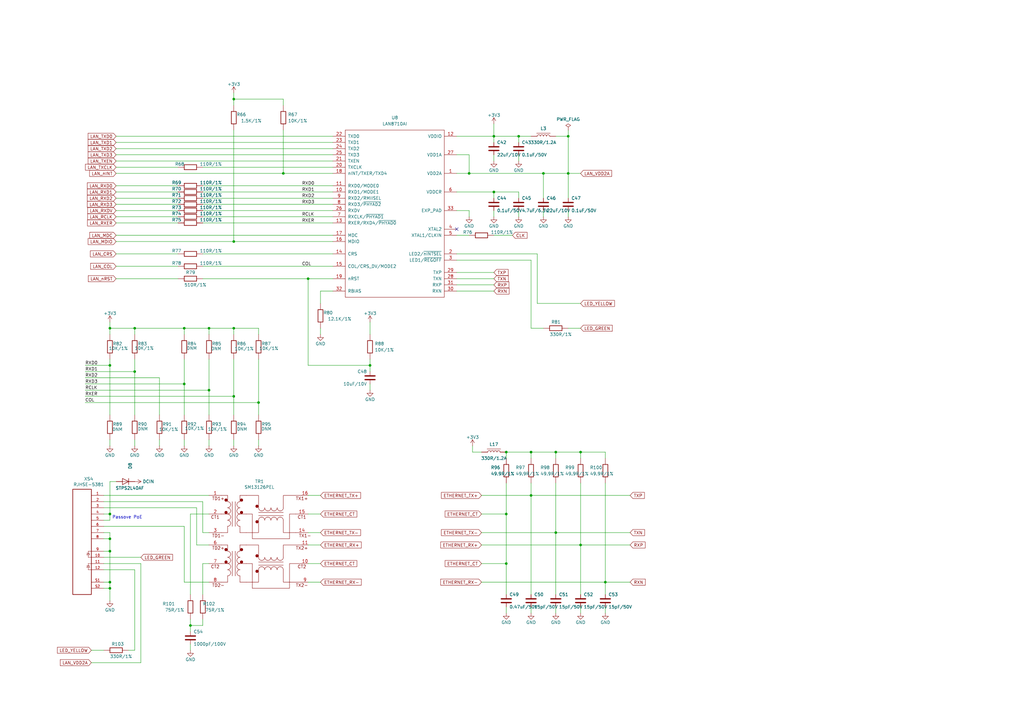
<source format=kicad_sch>
(kicad_sch (version 20230121) (generator eeschema)
  (paper "A3")
  (title_block (title "ПИР СЦХ-254 \"Карно\"\n(Karnix ASB-254)") (date "2024-02-01") (rev "V1.2") (company "ООО \"Фабмикро\"") (comment 1 "ФМТД.466961.029 Э3") (comment 2 "Залата Р.Н."))
  (lib_symbols
    (symbol "Fabmicro:+3V3" (power) (pin_names (offset 0))
      (property "Value" "+3V3" (at 0 3.556 0))
      (symbol "+3V3_1_1"
        (pin power_in line (at 0 0 90) (length 0) hide (name "+3V3") (number "1"))
      )
    )
    (symbol "Fabmicro:CapacitorUnpolarized" (pin_numbers hide) (pin_names (offset 0.254))
      (property "Reference" "C" (at -2.54 0.635 90))
      (property "Value" "CapacitorUnpolarized" (at 2.54 0.635 90))
      (symbol "CapacitorUnpolarized_1_1"
        (pin passive line (at -2.54 0 0) (length 1.524) (name "~") (number "1"))
        (pin passive line (at 2.54 0 180) (length 1.524) (name "~") (number "2"))
      )
    )
    (symbol "Fabmicro:DCIN" (power) (pin_names (offset 0))
      (property "Value" "DCIN" (at 0 3.556 0))
      (symbol "DCIN_1_1"
        (pin power_in line (at 0 0 90) (length 0) hide (name "DCIN") (number "1"))
      )
    )
    (symbol "Fabmicro:Diode" (pin_numbers hide) (pin_names (offset 1.016) hide)
      (property "Reference" "D" (at 3.81 2.54 0))
      (property "Value" "Diode" (at 3.81 -2.54 0))
      (symbol "Diode_1_1"
        (pin passive line (at 0 0 0) (length 2.54) (name "K") (number "1"))
        (pin passive line (at 7.62 0 180) (length 2.54) (name "A") (number "2"))
      )
    )
    (symbol "Fabmicro:Ferrite_Beads" (pin_numbers hide) (pin_names (offset 1.016) hide)
      (property "Reference" "L" (at 0 -1.27 0))
      (property "Value" "Ferrite_Beads" (at 0 2.794 0))
      (symbol "Ferrite_Beads_1_1"
        (pin passive line (at -5.08 0 0) (length 2.54) (name "1") (number "1"))
        (pin passive line (at 5.08 0 180) (length 2.54) (name "2") (number "2"))
      )
    )
    (symbol "Fabmicro:LAN8710" (pin_names (offset 1.016))
      (property "Reference" "U" (at 10.16 2.54 0))
      (property "Value" "LAN8710" (at 22.86 2.54 0))
      (symbol "LAN8710_1_1"
        (pin power_in line (at 45.72 -17.78 180) (length 5.08) (name "VDD2A") (number "1"))
        (pin output line (at -5.08 -25.4 0) (length 5.08) (name "RXD1/MODE1") (number "10"))
        (pin output line (at -5.08 -22.86 0) (length 5.08) (name "RXD0/MODE0") (number "11"))
        (pin power_in line (at 45.72 -2.54 180) (length 5.08) (name "VDDIO") (number "12"))
        (pin input line (at -5.08 -38.1 0) (length 5.08) (name "RXER/RXD4/~{PHYAD0}") (number "13"))
        (pin input line (at -5.08 -50.8 0) (length 5.08) (name "CRS") (number "14"))
        (pin output line (at -5.08 -55.88 0) (length 5.08) (name "COL/CRS_DV/MODE2") (number "15"))
        (pin input line (at -5.08 -45.72 0) (length 5.08) (name "MDIO") (number "16"))
        (pin input line (at -5.08 -43.18 0) (length 5.08) (name "MDC") (number "17"))
        (pin input line (at -5.08 -17.78 0) (length 5.08) (name "nINT/TXER/TXD4") (number "18"))
        (pin input line (at -5.08 -60.96 0) (length 5.08) (name "nRST") (number "19"))
        (pin output line (at 45.72 -50.8 180) (length 5.08) (name "LED2/~{nINTSEL}") (number "2"))
        (pin output line (at -5.08 -15.24 0) (length 5.08) (name "TXCLK") (number "20"))
        (pin input line (at -5.08 -12.7 0) (length 5.08) (name "TXEN") (number "21"))
        (pin output line (at -5.08 -2.54 0) (length 5.08) (name "TXD0") (number "22"))
        (pin output line (at -5.08 -5.08 0) (length 5.08) (name "TXD1") (number "23"))
        (pin output line (at -5.08 -7.62 0) (length 5.08) (name "TXD2") (number "24"))
        (pin output line (at -5.08 -10.16 0) (length 5.08) (name "TXD3") (number "25"))
        (pin input line (at -5.08 -33.02 0) (length 5.08) (name "RXDV") (number "26"))
        (pin power_in line (at 45.72 -10.16 180) (length 5.08) (name "VDD1A") (number "27"))
        (pin output line (at 45.72 -60.96 180) (length 5.08) (name "TXN") (number "28"))
        (pin output line (at 45.72 -58.42 180) (length 5.08) (name "TXP") (number "29"))
        (pin output line (at 45.72 -53.34 180) (length 5.08) (name "LED1/~{REGOFF}") (number "3"))
        (pin input line (at 45.72 -66.04 180) (length 5.08) (name "RXN") (number "30"))
        (pin input line (at 45.72 -63.5 180) (length 5.08) (name "RXP") (number "31"))
        (pin input line (at -5.08 -66.04 0) (length 5.08) (name "RBIAS") (number "32"))
        (pin power_in line (at 45.72 -33.02 180) (length 5.08) (name "EXP_PAD") (number "33"))
        (pin output line (at 45.72 -40.64 180) (length 5.08) (name "XTAL2") (number "4"))
        (pin input line (at 45.72 -43.18 180) (length 5.08) (name "XTAL1/CLKIN") (number "5"))
        (pin power_in line (at 45.72 -25.4 180) (length 5.08) (name "VDDCR") (number "6"))
        (pin input line (at -5.08 -35.56 0) (length 5.08) (name "RXCLK/~{PHYAD1}") (number "7"))
        (pin input line (at -5.08 -30.48 0) (length 5.08) (name "RXD3/~{PHYAD2}") (number "8"))
        (pin input line (at -5.08 -27.94 0) (length 5.08) (name "RXD2/RMIISEL") (number "9"))
      )
    )
    (symbol "Fabmicro:RJHSE-5381" (pin_names (offset 1.016) hide)
      (property "Reference" "XS?" (at 1.27 1.27 0))
      (property "Value" "RJHSE-5381" (at 7.62 1.1176 0))
      (symbol "RJHSE-5381_0_0"
        (pin passive line (at 12.7 -2.54 180) (length 5.08) (name "~") (number "1"))
        (pin passive line (at 12.7 -27.94 180) (length 5.08) (name "~") (number "10"))
        (pin passive line (at 12.7 -30.48 180) (length 5.08) (name "~") (number "11"))
        (pin passive line (at 12.7 -33.02 180) (length 5.08) (name "~") (number "12"))
        (pin passive line (at 12.7 -5.08 180) (length 5.08) (name "~") (number "2"))
        (pin passive line (at 12.7 -7.62 180) (length 5.08) (name "~") (number "3"))
        (pin passive line (at 12.7 -10.16 180) (length 5.08) (name "~") (number "4"))
        (pin passive line (at 12.7 -12.7 180) (length 5.08) (name "~") (number "5"))
        (pin passive line (at 12.7 -15.24 180) (length 5.08) (name "~") (number "6"))
        (pin passive line (at 12.7 -17.78 180) (length 5.08) (name "~") (number "7"))
        (pin passive line (at 12.7 -20.32 180) (length 5.08) (name "~") (number "8"))
        (pin passive line (at 12.7 -25.4 180) (length 5.08) (name "~") (number "9"))
        (pin passive line (at 12.7 -38.1 180) (length 5.08) (name "~") (number "S1"))
        (pin passive line (at 12.7 -40.64 180) (length 5.08) (name "~") (number "S2"))
      )
    )
    (symbol "Fabmicro:Resistor" (pin_numbers hide) (pin_names (offset 0))
      (property "Reference" "R" (at 0 2.032 0))
      (property "Value" "Resistor" (at 0 0 0))
      (symbol "Resistor_1_1"
        (pin passive line (at -5.08 0 0) (length 2.54) (name "~") (number "1"))
        (pin passive line (at 5.08 0 180) (length 2.54) (name "~") (number "2"))
      )
    )
    (symbol "Fabmicro:SM13126PEL" (pin_names (offset 1.016))
      (property "Reference" "XS" (at -7.62 2.54 0))
      (property "Value" "SM13126PEL" (at 35.56 2.54 0))
      (symbol "SM13126PEL_0_0"
        (text "CT1" (at 2.54 -8.89 0) (effects (font (size 1.27 1.27))))
        (text "TD1+" (at 3.81 -1.27 0) (effects (font (size 1.27 1.27))))
        (text "TD1-" (at 3.81 -16.51 0) (effects (font (size 1.27 1.27))))
      )
      (symbol "SM13126PEL_1_1"
        (text "CT1" (at 38.1 -8.89 0) (effects (font (size 1.27 1.27))))
        (text "CT2" (at 2.54 -29.21 0) (effects (font (size 1.27 1.27))))
        (text "CT2" (at 38.1 -29.21 0) (effects (font (size 1.27 1.27))))
        (text "TD2+" (at 3.81 -21.59 0) (effects (font (size 1.27 1.27))))
        (text "TD2-" (at 3.81 -36.83 0) (effects (font (size 1.27 1.27))))
        (text "TX1+" (at 38.1 -1.27 0) (effects (font (size 1.27 1.27))))
        (text "TX1-" (at 39.37 -16.51 0) (effects (font (size 1.27 1.27))))
        (text "TX2+" (at 38.1 -21.59 0) (effects (font (size 1.27 1.27))))
        (text "TX2-" (at 38.1 -36.83 0) (effects (font (size 1.27 1.27))))
        (pin passive line (at 0 0 0) (length 5.08) (name "~") (number "1"))
        (pin passive line (at 40.64 -27.94 180) (length 2.54) (name "~") (number "10"))
        (pin passive line (at 40.64 -20.32 180) (length 2.54) (name "~") (number "11"))
        (pin no_connect line (at 29.21 -41.91 90) (length 0) hide (name "12") (number "12"))
        (pin no_connect line (at 33.02 -41.91 90) (length 0) hide (name "13") (number "13"))
        (pin passive line (at 40.64 -15.24 180) (length 5.08) (name "~") (number "14"))
        (pin passive line (at 40.64 -7.62 180) (length 5.08) (name "~") (number "15"))
        (pin passive line (at 40.64 0 180) (length 2.54) (name "~") (number "16"))
        (pin passive line (at 0 -7.62 0) (length 5.08) (name "~") (number "2"))
        (pin passive line (at 0 -15.24 0) (length 5.08) (name "~") (number "3"))
        (pin no_connect line (at 10.16 -41.91 90) (length 0) hide (name "4") (number "4"))
        (pin no_connect line (at 13.97 -41.91 90) (length 0) hide (name "5") (number "5"))
        (pin passive line (at 0 -20.32 0) (length 5.08) (name "~") (number "6"))
        (pin passive line (at 0 -27.94 0) (length 5.08) (name "~") (number "7"))
        (pin passive line (at 0 -35.56 0) (length 5.08) (name "~") (number "8"))
        (pin passive line (at 40.64 -35.56 180) (length 2.54) (name "~") (number "9"))
      )
    )
    (symbol "power:GND" (power) (pin_names (offset 0))
      (property "Value" "GND" (at 0 -3.81 0))
      (symbol "GND_1_1"
        (pin power_in line (at 0 0 270) (length 0) hide (name "GND") (number "1"))
      )
    )
    (symbol "power:PWR_FLAG" (power) (pin_numbers hide) (pin_names (offset 0) hide)
      (property "Value" "PWR_FLAG" (at 0 3.81 0))
      (symbol "PWR_FLAG_0_0"
        (pin power_out line (at 0 0 90) (length 0) (name "pwr") (number "1"))
      )
    )
  )
  (junction (at 217.805 185.42))
  (junction (at 55.245 134.62))
  (junction (at 116.205 71.12))
  (junction (at 85.725 134.62))
  (junction (at 95.885 162.56))
  (junction (at 45.085 220.98))
  (junction (at 238.125 185.42))
  (junction (at 45.085 226.06))
  (junction (at 78.105 256.54))
  (junction (at 248.285 238.76))
  (junction (at 45.085 241.3))
  (junction (at 233.045 71.12))
  (junction (at 45.085 149.86))
  (junction (at 75.565 157.48))
  (junction (at 202.565 78.74))
  (junction (at 106.045 165.1))
  (junction (at 45.085 134.62))
  (junction (at 207.645 185.42))
  (junction (at 95.885 99.06))
  (junction (at 95.885 40.64))
  (junction (at 227.965 218.44))
  (junction (at 45.085 238.76))
  (junction (at 75.565 134.62))
  (junction (at 95.885 134.62))
  (junction (at 212.725 55.88))
  (junction (at 207.645 231.14))
  (junction (at 238.125 223.52))
  (junction (at 85.725 160.02))
  (junction (at 126.365 114.3))
  (junction (at 55.245 152.4))
  (junction (at 217.805 203.2))
  (junction (at 222.885 71.12))
  (junction (at 192.405 71.12))
  (junction (at 202.565 55.88))
  (junction (at 207.645 210.82))
  (junction (at 45.085 210.82))
  (junction (at 151.765 149.86))
  (junction (at 227.965 185.42))
  (junction (at 233.045 55.88))
  (no_connect (at 187.325 93.98))
  (wire (pts (xy 212.725 66.04) (xy 212.725 63.5)))
  (wire (pts (xy 238.125 187.96) (xy 238.125 185.42)))
  (wire (pts (xy 131.445 137.16) (xy 131.445 134.62)))
  (wire (pts (xy 131.445 119.38) (xy 131.445 124.46)))
  (wire (pts (xy 55.245 152.4) (xy 55.245 147.32)))
  (wire (pts (xy 233.045 71.12) (xy 233.045 55.88)))
  (wire (pts (xy 85.725 147.32) (xy 85.725 160.02)))
  (wire (pts (xy 57.785 271.78) (xy 37.465 271.78)))
  (wire (pts (xy 47.625 63.5) (xy 136.525 63.5)))
  (wire (pts (xy 187.325 86.36) (xy 192.405 86.36)))
  (wire (pts (xy 192.405 86.36) (xy 192.405 88.9)))
  (wire (pts (xy 73.025 81.28) (xy 47.625 81.28)))
  (wire (pts (xy 187.325 63.5) (xy 192.405 63.5)))
  (wire (pts (xy 42.545 205.74) (xy 83.185 205.74)))
  (wire (pts (xy 45.085 220.98) (xy 45.085 226.06)))
  (wire (pts (xy 233.045 55.88) (xy 233.045 53.34)))
  (wire (pts (xy 47.625 99.06) (xy 95.885 99.06)))
  (wire (pts (xy 217.805 134.62) (xy 222.885 134.62)))
  (wire (pts (xy 75.565 157.48) (xy 75.565 170.18)))
  (wire (pts (xy 187.325 55.88) (xy 202.565 55.88)))
  (wire (pts (xy 202.565 66.04) (xy 202.565 63.5)))
  (wire (pts (xy 42.545 231.14) (xy 57.785 231.14)))
  (wire (pts (xy 73.025 78.74) (xy 47.625 78.74)))
  (wire (pts (xy 193.802 182.88) (xy 193.802 185.42)))
  (wire (pts (xy 238.125 185.42) (xy 248.285 185.42)))
  (wire (pts (xy 42.545 215.9) (xy 75.565 215.9)))
  (wire (pts (xy 83.185 68.58) (xy 136.525 68.58)))
  (wire (pts (xy 42.545 208.28) (xy 80.645 208.28)))
  (wire (pts (xy 106.045 165.1) (xy 34.925 165.1)))
  (wire (pts (xy 248.285 187.96) (xy 248.285 185.42)))
  (wire (pts (xy 151.765 149.86) (xy 151.765 152.4)))
  (wire (pts (xy 45.085 210.82) (xy 45.085 213.36)))
  (wire (pts (xy 95.885 40.64) (xy 116.205 40.64)))
  (wire (pts (xy 45.085 213.36) (xy 42.545 213.36)))
  (wire (pts (xy 47.625 96.52) (xy 136.525 96.52)))
  (wire (pts (xy 202.565 78.74) (xy 202.565 81.28)))
  (wire (pts (xy 233.045 134.62) (xy 238.125 134.62)))
  (wire (pts (xy 126.365 238.76) (xy 131.445 238.76)))
  (wire (pts (xy 217.805 106.68) (xy 217.805 134.62)))
  (wire (pts (xy 217.805 185.42) (xy 227.965 185.42)))
  (wire (pts (xy 83.185 81.28) (xy 136.525 81.28)))
  (wire (pts (xy 187.325 104.14) (xy 220.345 104.14)))
  (wire (pts (xy 222.885 71.12) (xy 233.045 71.12)))
  (wire (pts (xy 217.805 187.96) (xy 217.805 185.42)))
  (wire (pts (xy 192.405 71.12) (xy 222.885 71.12)))
  (wire (pts (xy 75.565 147.32) (xy 75.565 157.48)))
  (wire (pts (xy 45.085 238.76) (xy 45.085 241.3)))
  (wire (pts (xy 47.625 68.58) (xy 73.025 68.58)))
  (wire (pts (xy 75.565 134.62) (xy 75.565 137.16)))
  (wire (pts (xy 85.725 231.14) (xy 83.185 231.14)))
  (wire (pts (xy 207.645 210.82) (xy 207.645 198.12)))
  (wire (pts (xy 238.125 223.52) (xy 238.125 243.84)))
  (wire (pts (xy 34.925 162.56) (xy 95.885 162.56)))
  (wire (pts (xy 34.925 157.48) (xy 75.565 157.48)))
  (wire (pts (xy 197.485 223.52) (xy 238.125 223.52)))
  (wire (pts (xy 95.885 38.1) (xy 95.885 40.64)))
  (wire (pts (xy 85.725 134.62) (xy 95.885 134.62)))
  (wire (pts (xy 85.725 210.82) (xy 78.105 210.82)))
  (wire (pts (xy 42.545 218.44) (xy 45.085 218.44)))
  (wire (pts (xy 187.325 96.52) (xy 192.405 96.52)))
  (wire (pts (xy 75.565 134.62) (xy 85.725 134.62)))
  (wire (pts (xy 83.185 114.3) (xy 126.365 114.3)))
  (wire (pts (xy 42.545 226.06) (xy 45.085 226.06)))
  (wire (pts (xy 42.545 241.3) (xy 45.085 241.3)))
  (wire (pts (xy 42.545 228.6) (xy 57.785 228.6)))
  (wire (pts (xy 95.885 162.56) (xy 95.885 170.18)))
  (wire (pts (xy 42.545 203.2) (xy 85.725 203.2)))
  (wire (pts (xy 85.725 218.44) (xy 83.185 218.44)))
  (wire (pts (xy 34.925 154.94) (xy 65.405 154.94)))
  (wire (pts (xy 238.125 223.52) (xy 258.445 223.52)))
  (wire (pts (xy 207.645 187.96) (xy 207.645 185.42)))
  (wire (pts (xy 187.325 71.12) (xy 192.405 71.12)))
  (wire (pts (xy 220.345 124.46) (xy 238.125 124.46)))
  (wire (pts (xy 227.965 218.44) (xy 227.965 198.12)))
  (wire (pts (xy 217.805 243.84) (xy 217.805 203.2)))
  (wire (pts (xy 217.805 203.2) (xy 217.805 198.12)))
  (wire (pts (xy 85.725 223.52) (xy 80.645 223.52)))
  (wire (pts (xy 106.045 134.62) (xy 106.045 137.16)))
  (wire (pts (xy 47.625 76.2) (xy 73.025 76.2)))
  (wire (pts (xy 47.68 197.5) (xy 45.1 197.5)))
  (wire (pts (xy 78.105 256.54) (xy 78.105 259.08)))
  (wire (pts (xy 116.205 40.64) (xy 116.205 43.18)))
  (wire (pts (xy 78.105 264.16) (xy 78.105 266.7)))
  (wire (pts (xy 126.365 223.52) (xy 131.445 223.52)))
  (wire (pts (xy 95.885 182.88) (xy 95.885 180.34)))
  (wire (pts (xy 55.245 170.18) (xy 55.245 152.4)))
  (wire (pts (xy 207.645 231.14) (xy 207.645 243.84)))
  (wire (pts (xy 45.085 134.62) (xy 45.085 137.16)))
  (wire (pts (xy 75.565 215.9) (xy 75.565 238.76)))
  (wire (pts (xy 212.725 78.74) (xy 212.725 81.28)))
  (wire (pts (xy 78.105 256.54) (xy 83.185 256.54)))
  (wire (pts (xy 116.205 71.12) (xy 136.525 71.12)))
  (wire (pts (xy 126.365 203.2) (xy 131.445 203.2)))
  (wire (pts (xy 202.565 55.88) (xy 212.725 55.88)))
  (wire (pts (xy 47.625 55.88) (xy 136.525 55.88)))
  (wire (pts (xy 227.965 185.42) (xy 238.125 185.42)))
  (wire (pts (xy 136.525 114.3) (xy 126.365 114.3)))
  (wire (pts (xy 106.045 147.32) (xy 106.045 165.1)))
  (wire (pts (xy 197.485 210.82) (xy 207.645 210.82)))
  (wire (pts (xy 193.802 185.42) (xy 197.485 185.42)))
  (wire (pts (xy 233.045 88.9) (xy 233.045 86.36)))
  (wire (pts (xy 212.725 55.88) (xy 217.805 55.88)))
  (wire (pts (xy 42.545 266.7) (xy 37.465 266.7)))
  (wire (pts (xy 222.885 71.12) (xy 222.885 81.28)))
  (wire (pts (xy 42.545 233.68) (xy 55.245 233.68)))
  (wire (pts (xy 73.025 109.22) (xy 47.625 109.22)))
  (wire (pts (xy 95.885 99.06) (xy 136.525 99.06)))
  (wire (pts (xy 187.325 114.3) (xy 202.565 114.3)))
  (wire (pts (xy 83.185 256.54) (xy 83.185 254)))
  (wire (pts (xy 73.025 91.44) (xy 47.625 91.44)))
  (wire (pts (xy 55.245 233.68) (xy 55.245 266.7)))
  (wire (pts (xy 45.085 226.06) (xy 45.085 238.76)))
  (wire (pts (xy 126.365 149.86) (xy 151.765 149.86)))
  (wire (pts (xy 47.625 66.04) (xy 136.525 66.04)))
  (wire (pts (xy 45.1 197.5) (xy 45.1 210.82)))
  (wire (pts (xy 65.405 182.88) (xy 65.405 180.34)))
  (wire (pts (xy 85.725 182.88) (xy 85.725 180.34)))
  (wire (pts (xy 238.125 223.52) (xy 238.125 198.12)))
  (wire (pts (xy 207.645 251.46) (xy 207.645 248.92)))
  (wire (pts (xy 47.625 58.42) (xy 136.525 58.42)))
  (wire (pts (xy 45.085 182.88) (xy 45.085 180.34)))
  (wire (pts (xy 126.365 231.14) (xy 131.445 231.14)))
  (wire (pts (xy 85.725 160.02) (xy 85.725 170.18)))
  (wire (pts (xy 83.185 91.44) (xy 136.525 91.44)))
  (wire (pts (xy 73.025 86.36) (xy 47.625 86.36)))
  (wire (pts (xy 95.885 134.62) (xy 106.045 134.62)))
  (wire (pts (xy 55.245 134.62) (xy 75.565 134.62)))
  (wire (pts (xy 187.325 106.68) (xy 217.805 106.68)))
  (wire (pts (xy 217.805 203.2) (xy 258.445 203.2)))
  (wire (pts (xy 55.245 134.62) (xy 55.245 137.16)))
  (wire (pts (xy 207.645 185.42) (xy 217.805 185.42)))
  (wire (pts (xy 45.085 149.86) (xy 45.085 147.32)))
  (wire (pts (xy 207.645 210.82) (xy 207.645 231.14)))
  (wire (pts (xy 197.485 218.44) (xy 227.965 218.44)))
  (wire (pts (xy 73.025 83.82) (xy 47.625 83.82)))
  (wire (pts (xy 47.625 71.12) (xy 116.205 71.12)))
  (wire (pts (xy 202.565 55.88) (xy 202.565 58.42)))
  (wire (pts (xy 45.085 132.08) (xy 45.085 134.62)))
  (wire (pts (xy 220.345 104.14) (xy 220.345 124.46)))
  (wire (pts (xy 187.325 78.74) (xy 202.565 78.74)))
  (wire (pts (xy 45.1 210.82) (xy 45.085 210.82)))
  (wire (pts (xy 55.245 266.7) (xy 52.705 266.7)))
  (wire (pts (xy 106.045 182.88) (xy 106.045 180.34)))
  (wire (pts (xy 57.785 231.14) (xy 57.785 271.78)))
  (wire (pts (xy 238.125 71.12) (xy 233.045 71.12)))
  (wire (pts (xy 197.485 203.2) (xy 217.805 203.2)))
  (wire (pts (xy 126.365 210.82) (xy 131.445 210.82)))
  (wire (pts (xy 248.285 251.46) (xy 248.285 248.92)))
  (wire (pts (xy 83.185 78.74) (xy 136.525 78.74)))
  (wire (pts (xy 227.965 55.88) (xy 233.045 55.88)))
  (wire (pts (xy 248.285 238.76) (xy 248.285 243.84)))
  (wire (pts (xy 45.085 241.3) (xy 45.085 246.38)))
  (wire (pts (xy 83.185 83.82) (xy 136.525 83.82)))
  (wire (pts (xy 75.565 182.88) (xy 75.565 180.34)))
  (wire (pts (xy 187.325 119.38) (xy 202.565 119.38)))
  (wire (pts (xy 73.025 104.14) (xy 47.625 104.14)))
  (wire (pts (xy 42.545 210.82) (xy 45.085 210.82)))
  (wire (pts (xy 227.965 187.96) (xy 227.965 185.42)))
  (wire (pts (xy 217.805 251.46) (xy 217.805 248.92)))
  (wire (pts (xy 34.925 160.02) (xy 85.725 160.02)))
  (wire (pts (xy 106.045 170.18) (xy 106.045 165.1)))
  (wire (pts (xy 47.625 60.96) (xy 136.525 60.96)))
  (wire (pts (xy 78.105 254) (xy 78.105 256.54)))
  (wire (pts (xy 85.725 134.62) (xy 85.725 137.16)))
  (wire (pts (xy 136.525 104.14) (xy 83.185 104.14)))
  (wire (pts (xy 83.185 88.9) (xy 136.525 88.9)))
  (wire (pts (xy 45.085 149.86) (xy 45.085 170.18)))
  (wire (pts (xy 65.405 154.94) (xy 65.405 170.18)))
  (wire (pts (xy 73.025 114.3) (xy 47.625 114.3)))
  (wire (pts (xy 45.085 134.62) (xy 55.245 134.62)))
  (wire (pts (xy 187.325 116.84) (xy 202.565 116.84)))
  (wire (pts (xy 202.565 78.74) (xy 212.725 78.74)))
  (wire (pts (xy 45.085 149.86) (xy 34.925 149.86)))
  (wire (pts (xy 212.725 58.42) (xy 212.725 55.88)))
  (wire (pts (xy 75.565 238.76) (xy 85.725 238.76)))
  (wire (pts (xy 151.765 160.02) (xy 151.765 157.48)))
  (wire (pts (xy 126.365 218.44) (xy 131.445 218.44)))
  (wire (pts (xy 227.965 218.44) (xy 227.965 243.84)))
  (wire (pts (xy 95.885 147.32) (xy 95.885 162.56)))
  (wire (pts (xy 238.125 251.46) (xy 238.125 248.92)))
  (wire (pts (xy 202.565 55.88) (xy 202.565 50.8)))
  (wire (pts (xy 136.525 119.38) (xy 131.445 119.38)))
  (wire (pts (xy 42.545 220.98) (xy 45.085 220.98)))
  (wire (pts (xy 197.485 231.14) (xy 207.645 231.14)))
  (wire (pts (xy 83.185 76.2) (xy 136.525 76.2)))
  (wire (pts (xy 83.185 231.14) (xy 83.185 243.84)))
  (wire (pts (xy 55.245 182.88) (xy 55.245 180.34)))
  (wire (pts (xy 83.185 86.36) (xy 136.525 86.36)))
  (wire (pts (xy 212.725 88.9) (xy 212.725 86.36)))
  (wire (pts (xy 222.885 88.9) (xy 222.885 86.36)))
  (wire (pts (xy 95.885 134.62) (xy 95.885 137.16)))
  (wire (pts (xy 233.045 71.12) (xy 233.045 81.28)))
  (wire (pts (xy 78.105 210.82) (xy 78.105 243.84)))
  (wire (pts (xy 151.765 132.08) (xy 151.765 137.16)))
  (wire (pts (xy 202.565 88.9) (xy 202.565 86.36)))
  (wire (pts (xy 95.885 40.64) (xy 95.885 43.18)))
  (wire (pts (xy 227.965 218.44) (xy 258.445 218.44)))
  (wire (pts (xy 248.285 238.76) (xy 258.445 238.76)))
  (wire (pts (xy 45.085 218.44) (xy 45.085 220.98)))
  (wire (pts (xy 227.965 251.46) (xy 227.965 248.92)))
  (wire (pts (xy 197.485 238.76) (xy 248.285 238.76)))
  (wire (pts (xy 42.545 238.76) (xy 45.085 238.76)))
  (wire (pts (xy 83.185 109.22) (xy 136.525 109.22)))
  (wire (pts (xy 192.405 71.12) (xy 192.405 63.5)))
  (wire (pts (xy 83.185 218.44) (xy 83.185 205.74)))
  (wire (pts (xy 73.025 88.9) (xy 47.625 88.9)))
  (wire (pts (xy 187.325 111.76) (xy 202.565 111.76)))
  (wire (pts (xy 116.205 71.12) (xy 116.205 53.34)))
  (wire (pts (xy 126.365 114.3) (xy 126.365 149.86)))
  (wire (pts (xy 80.645 223.52) (xy 80.645 208.28)))
  (wire (pts (xy 34.925 152.4) (xy 55.245 152.4)))
  (wire (pts (xy 248.285 238.76) (xy 248.285 198.12)))
  (wire (pts (xy 202.565 96.52) (xy 210.185 96.52)))
  (wire (pts (xy 95.885 53.34) (xy 95.885 99.06)))
  (wire (pts (xy 151.765 147.32) (xy 151.765 149.86)))
  (text "Passove PoE" (at 46 213 0) (effects (font (size 1.27 1.27)) (justify left bottom)))
  (label "RXER" (at 123.825 91.44 0))
  (label "RCLK" (at 34.925 160.02 0))
  (label "RCLK" (at 123.825 88.9 0))
  (label "COL" (at 123.825 109.22 0))
  (label "COL" (at 34.925 165.1 0))
  (label "RXD0" (at 34.925 149.86 0))
  (label "RXER" (at 34.925 162.56 0))
  (label "RXD1" (at 34.925 152.4 0))
  (label "RXD3" (at 34.925 157.48 0))
  (label "RXD2" (at 123.825 81.28 0))
  (label "RXD3" (at 123.825 83.82 0))
  (label "RXD0" (at 123.825 76.2 0))
  (label "RXD2" (at 34.925 154.94 0))
  (label "RXD1" (at 123.825 78.74 0))
  (global_label "ETHERNET_RX+" (shape input) (at 131.445 223.52 0) (property "Intersheetrefs" "${INTERSHEET_REFS}" (effects hide)))
  (global_label "RXP" (shape input) (at 258.445 223.52 0) (property "Intersheetrefs" "${INTERSHEET_REFS}" (effects hide)))
  (global_label "LED_GREEN" (shape input) (at 57.785 228.6 0) (property "Intersheetrefs" "${INTERSHEET_REFS}" (effects hide)))
  (global_label "LAN_RXER" (shape input) (at 47.625 91.44 180) (property "Intersheetrefs" "${INTERSHEET_REFS}" (effects hide)))
  (global_label "LAN_VDD2A" (shape input) (at 37.465 271.78 180) (property "Intersheetrefs" "${INTERSHEET_REFS}" (effects hide)))
  (global_label "ETHERNET_CT" (shape input) (at 197.485 210.82 180) (property "Intersheetrefs" "${INTERSHEET_REFS}" (effects hide)))
  (global_label "ETHERNET_CT" (shape input) (at 197.485 231.14 180) (property "Intersheetrefs" "${INTERSHEET_REFS}" (effects hide)))
  (global_label "LAN_COL" (shape input) (at 47.625 109.22 180) (property "Intersheetrefs" "${INTERSHEET_REFS}" (effects hide)))
  (global_label "ETHERNET_CT" (shape input) (at 131.445 210.82 0) (property "Intersheetrefs" "${INTERSHEET_REFS}" (effects hide)))
  (global_label "ETHERNET_TX-" (shape input) (at 131.445 218.44 0) (property "Intersheetrefs" "${INTERSHEET_REFS}" (effects hide)))
  (global_label "ETHERNET_RX-" (shape input) (at 131.445 238.76 0) (property "Intersheetrefs" "${INTERSHEET_REFS}" (effects hide)))
  (global_label "TXP" (shape input) (at 202.565 111.76 0) (property "Intersheetrefs" "${INTERSHEET_REFS}" (effects hide)))
  (global_label "TXN" (shape input) (at 202.565 114.3 0) (property "Intersheetrefs" "${INTERSHEET_REFS}" (effects hide)))
  (global_label "LAN_TXD2" (shape input) (at 47.625 60.96 180) (property "Intersheetrefs" "${INTERSHEET_REFS}" (effects hide)))
  (global_label "CLK" (shape input) (at 210.185 96.52 0) (property "Intersheetrefs" "${INTERSHEET_REFS}" (effects hide)))
  (global_label "LAN_TXD0" (shape input) (at 47.625 55.88 180) (property "Intersheetrefs" "${INTERSHEET_REFS}" (effects hide)))
  (global_label "TXN" (shape input) (at 258.445 218.44 0) (property "Intersheetrefs" "${INTERSHEET_REFS}" (effects hide)))
  (global_label "LAN_TXD3" (shape input) (at 47.625 63.5 180) (property "Intersheetrefs" "${INTERSHEET_REFS}" (effects hide)))
  (global_label "LAN_nINT" (shape input) (at 47.625 71.12 180) (property "Intersheetrefs" "${INTERSHEET_REFS}" (effects hide)))
  (global_label "LAN_RXD2" (shape input) (at 47.625 81.28 180) (property "Intersheetrefs" "${INTERSHEET_REFS}" (effects hide)))
  (global_label "LAN_RXD3" (shape input) (at 47.625 83.82 180) (property "Intersheetrefs" "${INTERSHEET_REFS}" (effects hide)))
  (global_label "LED_GREEN" (shape input) (at 238.125 134.62 0) (property "Intersheetrefs" "${INTERSHEET_REFS}" (effects hide)))
  (global_label "LAN_TXCLK" (shape input) (at 47.625 68.58 180) (property "Intersheetrefs" "${INTERSHEET_REFS}" (effects hide)))
  (global_label "LAN_RCLK" (shape input) (at 47.625 88.9 180) (property "Intersheetrefs" "${INTERSHEET_REFS}" (effects hide)))
  (global_label "LAN_RXD0" (shape input) (at 47.625 76.2 180) (property "Intersheetrefs" "${INTERSHEET_REFS}" (effects hide)))
  (global_label "LAN_MDC" (shape input) (at 47.625 96.52 180) (property "Intersheetrefs" "${INTERSHEET_REFS}" (effects hide)))
  (global_label "RXN" (shape input) (at 258.445 238.76 0) (property "Intersheetrefs" "${INTERSHEET_REFS}" (effects hide)))
  (global_label "LAN_MDIO" (shape input) (at 47.625 99.06 180) (property "Intersheetrefs" "${INTERSHEET_REFS}" (effects hide)))
  (global_label "LAN_nRST" (shape input) (at 47.625 114.3 180) (property "Intersheetrefs" "${INTERSHEET_REFS}" (effects hide)))
  (global_label "ETHERNET_CT" (shape input) (at 131.445 231.14 0) (property "Intersheetrefs" "${INTERSHEET_REFS}" (effects hide)))
  (global_label "ETHERNET_TX+" (shape input) (at 197.485 203.2 180) (property "Intersheetrefs" "${INTERSHEET_REFS}" (effects hide)))
  (global_label "LED_YELLOW" (shape input) (at 238.125 124.46 0) (property "Intersheetrefs" "${INTERSHEET_REFS}" (effects hide)))
  (global_label "LAN_RXDV" (shape input) (at 47.625 86.36 180) (property "Intersheetrefs" "${INTERSHEET_REFS}" (effects hide)))
  (global_label "ETHERNET_TX+" (shape input) (at 131.445 203.2 0) (property "Intersheetrefs" "${INTERSHEET_REFS}" (effects hide)))
  (global_label "LAN_VDD2A" (shape input) (at 238.125 71.12 0) (property "Intersheetrefs" "${INTERSHEET_REFS}" (effects hide)))
  (global_label "LAN_CRS" (shape input) (at 47.625 104.14 180) (property "Intersheetrefs" "${INTERSHEET_REFS}" (effects hide)))
  (global_label "LED_YELLOW" (shape input) (at 37.465 266.7 180) (property "Intersheetrefs" "${INTERSHEET_REFS}" (effects hide)))
  (global_label "LAN_TXEN" (shape input) (at 47.625 66.04 180) (property "Intersheetrefs" "${INTERSHEET_REFS}" (effects hide)))
  (global_label "ETHERNET_RX+" (shape input) (at 197.485 223.52 180) (property "Intersheetrefs" "${INTERSHEET_REFS}" (effects hide)))
  (global_label "LAN_TXD1" (shape input) (at 47.625 58.42 180) (property "Intersheetrefs" "${INTERSHEET_REFS}" (effects hide)))
  (global_label "RXP" (shape input) (at 202.565 116.84 0) (property "Intersheetrefs" "${INTERSHEET_REFS}" (effects hide)))
  (global_label "TXP" (shape input) (at 258.445 203.2 0) (property "Intersheetrefs" "${INTERSHEET_REFS}" (effects hide)))
  (global_label "ETHERNET_TX-" (shape input) (at 197.485 218.44 180) (property "Intersheetrefs" "${INTERSHEET_REFS}" (effects hide)))
  (global_label "RXN" (shape input) (at 202.565 119.38 0) (property "Intersheetrefs" "${INTERSHEET_REFS}" (effects hide)))
  (global_label "ETHERNET_RX-" (shape input) (at 197.485 238.76 180) (property "Intersheetrefs" "${INTERSHEET_REFS}" (effects hide)))
  (global_label "LAN_RXD1" (shape input) (at 47.625 78.74 180) (property "Intersheetrefs" "${INTERSHEET_REFS}" (effects hide)))
  (symbol (lib_id "Fabmicro:Resistor") (at 207.645 193.04 270) (unit 1)
    (property "Reference" "R96" (at 201.295 191.77 90) (effects (justify left)))
    (property "Value" "49.9R/1%" (at 201.295 194.31 90) (effects (justify left)))
    (property "Footprint" "Fabmicro:R_0402_1005Metric" (effects hide))
    (property "Mfr. Part Number" "RC0402FR-0749R9L" (effects hide))
    (property "Supplier" "Fabmicro" (effects hide))
  )
  (symbol (lib_id "Fabmicro:Resistor") (at 217.805 193.04 270) (unit 1)
    (property "Reference" "R97" (at 211.455 191.77 90) (effects (justify left)))
    (property "Value" "49.9R/1%" (at 211.455 194.31 90) (effects (justify left)))
    (property "Footprint" "Fabmicro:R_0402_1005Metric" (effects hide))
    (property "Mfr. Part Number" "RC0402FR-0749R9L" (effects hide))
    (property "Supplier" "Fabmicro" (effects hide))
  )
  (symbol (lib_id "Fabmicro:Resistor") (at 227.965 193.04 270) (unit 1)
    (property "Reference" "R98" (at 221.615 191.77 90) (effects (justify left)))
    (property "Value" "49.9R/1%" (at 221.615 194.31 90) (effects (justify left)))
    (property "Footprint" "Fabmicro:R_0402_1005Metric" (effects hide))
    (property "Mfr. Part Number" "RC0402FR-0749R9L" (effects hide))
    (property "Supplier" "Fabmicro" (effects hide))
  )
  (symbol (lib_id "Fabmicro:Resistor") (at 238.125 193.04 270) (unit 1)
    (property "Reference" "R99" (at 231.775 191.77 90) (effects (justify left)))
    (property "Value" "49.9R/1%" (at 231.775 194.31 90) (effects (justify left)))
    (property "Footprint" "Fabmicro:R_0402_1005Metric" (effects hide))
    (property "Mfr. Part Number" "RC0402FR-0749R9L" (effects hide))
    (property "Supplier" "Fabmicro" (effects hide))
  )
  (symbol (lib_id "Fabmicro:Resistor") (at 248.285 193.04 270) (unit 1)
    (property "Reference" "R100" (at 241.935 191.77 90) (effects (justify left)))
    (property "Value" "49.9R/1%" (at 241.935 194.31 90) (effects (justify left)))
    (property "Footprint" "Fabmicro:R_0402_1005Metric" (effects hide))
    (property "Mfr. Part Number" "RC0402FR-0749R9L" (effects hide))
    (property "Supplier" "Fabmicro" (effects hide))
  )
  (symbol (lib_id "Fabmicro:CapacitorUnpolarized") (at 207.645 246.38 270) (unit 1)
    (property "Reference" "C49" (at 208.915 243.84 90) (effects (justify left)))
    (property "Value" "0.47uF/50V" (at 208.915 248.92 90) (effects (justify left)))
    (property "Footprint" "Capacitor_SMD:C_0603_1608Metric" (effects hide))
    (property "Mfr. Part Number" "C1608X7R1H474K080AC" (effects hide))
    (property "Supplier" "Fabmicro" (effects hide))
  )
  (symbol (lib_id "power:GND") (at 207.645 251.46 0) (unit 1)
    (property "Reference" "#PWR0130" (effects hide))
    (property "Value" "GND" (at 207.645 255.27 0))
  )
  (symbol (lib_id "power:GND") (at 192.405 88.9 0) (unit 1)
    (property "Reference" "#PWR0111" (effects hide))
    (property "Value" "GND" (at 192.405 92.71 0))
  )
  (symbol (lib_id "power:GND") (at 202.565 66.04 0) (unit 1)
    (property "Reference" "#PWR0109" (effects hide))
    (property "Value" "GND" (at 202.565 69.85 0))
  )
  (symbol (lib_id "Fabmicro:CapacitorUnpolarized") (at 202.565 60.96 270) (unit 1)
    (property "Reference" "C42" (at 203.835 58.42 90) (effects (justify left)))
    (property "Value" "22uF/10V" (at 203.835 63.5 90) (effects (justify left)))
    (property "Footprint" "Capacitor_SMD:C_0805_2012Metric" (effects hide))
    (property "Mfr. Part Number" "TCC0805X5R226M100FT" (effects hide))
    (property "Supplier" "Elitan" (effects hide))
  )
  (symbol (lib_id "power:GND") (at 233.045 88.9 0) (unit 1)
    (property "Reference" "#PWR0115" (effects hide))
    (property "Value" "GND" (at 233.045 92.71 0))
  )
  (symbol (lib_id "Fabmicro:CapacitorUnpolarized") (at 233.045 83.82 270) (unit 1)
    (property "Reference" "C47" (at 234.315 81.28 90) (effects (justify left)))
    (property "Value" "0.1uF/50V" (at 234.315 86.36 90) (effects (justify left)))
    (property "Footprint" "Capacitor_SMD:C_0402_1005Metric" (effects hide))
    (property "Mfr. Part Number" "CC0402KRX7R9BB104" (effects hide))
    (property "Supplier" "Fabmicro" (effects hide))
  )
  (symbol (lib_id "power:GND") (at 222.885 88.9 0) (unit 1)
    (property "Reference" "#PWR0114" (effects hide))
    (property "Value" "GND" (at 222.885 92.71 0))
  )
  (symbol (lib_id "Fabmicro:CapacitorUnpolarized") (at 212.725 60.96 270) (unit 1)
    (property "Reference" "C43" (at 213.995 58.42 90) (effects (justify left)))
    (property "Value" "0.1uF/50V" (at 213.995 63.5 90) (effects (justify left)))
    (property "Footprint" "Capacitor_SMD:C_0402_1005Metric" (effects hide))
    (property "Mfr. Part Number" "CC0402KRX7R9BB104" (effects hide))
    (property "Supplier" "Fabmicro" (effects hide))
  )
  (symbol (lib_id "power:GND") (at 202.565 88.9 0) (unit 1)
    (property "Reference" "#PWR0112" (effects hide))
    (property "Value" "GND" (at 202.565 92.71 0))
  )
  (symbol (lib_id "Fabmicro:CapacitorUnpolarized") (at 202.565 83.82 270) (unit 1)
    (property "Reference" "C44" (at 203.835 81.28 90) (effects (justify left)))
    (property "Value" "0.1uF/50V" (at 203.835 86.36 90) (effects (justify left)))
    (property "Footprint" "Capacitor_SMD:C_0402_1005Metric" (effects hide))
    (property "Mfr. Part Number" "CC0402KRX7R9BB104" (effects hide))
    (property "Supplier" "Fabmicro" (effects hide))
  )
  (symbol (lib_id "power:GND") (at 217.805 251.46 0) (unit 1)
    (property "Reference" "#PWR0131" (effects hide))
    (property "Value" "GND" (at 217.805 255.27 0))
  )
  (symbol (lib_id "Fabmicro:CapacitorUnpolarized") (at 217.805 246.38 270) (unit 1)
    (property "Reference" "C50" (at 219.075 243.84 90) (effects (justify left)))
    (property "Value" "15pF/50V" (at 219.075 248.92 90) (effects (justify left)))
    (property "Footprint" "Fabmicro:C_0402_1005Metric" (effects hide))
    (property "Mfr. Part Number" "CC0402JRNPO9BN150" (effects hide))
    (property "Supplier" "Fabmicro" (effects hide))
  )
  (symbol (lib_id "power:GND") (at 227.965 251.46 0) (unit 1)
    (property "Reference" "#PWR0132" (effects hide))
    (property "Value" "GND" (at 227.965 255.27 0))
  )
  (symbol (lib_id "Fabmicro:CapacitorUnpolarized") (at 227.965 246.38 270) (unit 1)
    (property "Reference" "C51" (at 229.235 243.84 90) (effects (justify left)))
    (property "Value" "15pF/50V" (at 229.235 248.92 90) (effects (justify left)))
    (property "Footprint" "Fabmicro:C_0402_1005Metric" (effects hide))
    (property "Mfr. Part Number" "CC0402JRNPO9BN150" (effects hide))
    (property "Supplier" "Fabmicro" (effects hide))
  )
  (symbol (lib_id "power:GND") (at 238.125 251.46 0) (unit 1)
    (property "Reference" "#PWR0133" (effects hide))
    (property "Value" "GND" (at 238.125 255.27 0))
  )
  (symbol (lib_id "Fabmicro:CapacitorUnpolarized") (at 238.125 246.38 270) (unit 1)
    (property "Reference" "C52" (at 239.395 243.84 90) (effects (justify left)))
    (property "Value" "15pF/50V" (at 239.395 248.92 90) (effects (justify left)))
    (property "Footprint" "Fabmicro:C_0402_1005Metric" (effects hide))
    (property "Mfr. Part Number" "CC0402JRNPO9BN150" (effects hide))
    (property "Supplier" "Fabmicro" (effects hide))
  )
  (symbol (lib_id "power:GND") (at 248.285 251.46 0) (unit 1)
    (property "Reference" "#PWR0134" (effects hide))
    (property "Value" "GND" (at 248.285 255.27 0))
  )
  (symbol (lib_id "Fabmicro:CapacitorUnpolarized") (at 248.285 246.38 270) (unit 1)
    (property "Reference" "C53" (at 249.555 243.84 90) (effects (justify left)))
    (property "Value" "15pF/50V" (at 249.555 248.92 90) (effects (justify left)))
    (property "Footprint" "Fabmicro:C_0402_1005Metric" (effects hide))
    (property "Mfr. Part Number" "CC0402JRNPO9BN150" (effects hide))
    (property "Supplier" "Fabmicro" (effects hide))
  )
  (symbol (lib_id "Fabmicro:Resistor") (at 151.765 142.24 270) (unit 1)
    (property "Reference" "R88" (at 153.67 140.97 90) (effects (justify left)))
    (property "Value" "10K/1%" (at 153.67 143.51 90) (effects (justify left)))
    (property "Footprint" "Fabmicro:R_0402_1005Metric" (effects hide))
    (property "Mfr. Part Number" "RC0402FR-0710KL" (effects hide))
    (property "Supplier" "Fabmicro" (effects hide))
  )
  (symbol (lib_id "power:GND") (at 151.765 160.02 0) (unit 1)
    (property "Reference" "#PWR0119" (effects hide))
    (property "Value" "GND" (at 151.765 163.83 0))
  )
  (symbol (lib_id "Fabmicro:Ferrite_Beads") (at 222.885 55.88 0) (mirror y) (unit 1)
    (property "Reference" "L3" (at 222.885 52.705 0))
    (property "Value" "330R/1.2A" (at 222.885 58.42 0))
    (property "Footprint" "Inductor_SMD:L_0603_1608Metric" (effects hide))
    (property "Mfr. Part Number" "BLM18PG331SN1D" (effects hide))
    (property "Supplier" "Fabmicro" (effects hide))
  )
  (symbol (lib_id "power:PWR_FLAG") (at 233.045 53.34 0) (unit 1)
    (property "Reference" "#FLG06" (effects hide))
    (property "Value" "PWR_FLAG" (at 233.045 48.9458 0))
  )
  (symbol (lib_id "Fabmicro:Resistor") (at 78.105 114.3 0) (unit 1)
    (property "Reference" "R79" (at 76.2 111.76 0) (effects (justify left)))
    (property "Value" "510R/1%" (at 75.565 116.84 0) (effects (justify left)))
    (property "Footprint" "Fabmicro:R_0402_1005Metric" (effects hide))
    (property "Mfr. Part Number" "RC0402FR-07510RL" (effects hide))
    (property "Supplier" "Fabmicro" (effects hide))
  )
  (symbol (lib_id "Fabmicro:LAN8710") (at 141.605 53.34 0) (unit 1)
    (property "Reference" "U8" (at 161.925 48.26 0))
    (property "Value" "LAN8710AI" (at 161.925 50.8 0))
    (property "Footprint" "Fabmicro:QFN-32-1EP_5x5mm_P0.5mm_EP3.3x3.3mm" (effects hide))
    (property "Datasheet" "http://ww1.microchip.com/downloads/en/DeviceDoc/00002164B.pdf" (effects hide))
    (property "Manufacturer" "Microchip" (effects hide))
    (property "Mfr. Part Number" "LAN8710AI" (effects hide))
  )
  (symbol (lib_id "Fabmicro:Resistor") (at 131.445 129.54 90) (mirror x) (unit 1)
    (property "Reference" "R80" (at 136.525 128.27 90) (effects (justify left)))
    (property "Value" "12.1K/1%" (at 144.145 130.81 90) (effects (justify left)))
    (property "Footprint" "Fabmicro:R_0402_1005Metric" (effects hide))
    (property "Mfr. Part Number" "RC0402FR-0712K1L" (effects hide))
  )
  (symbol (lib_id "power:GND") (at 131.445 137.16 0) (unit 1)
    (property "Reference" "#PWR0118" (effects hide))
    (property "Value" "GND" (at 131.445 140.97 0))
  )
  (symbol (lib_id "Fabmicro:CapacitorUnpolarized") (at 151.765 154.94 90) (mirror x) (unit 1)
    (property "Reference" "C48" (at 150.495 152.4 90) (effects (justify left)))
    (property "Value" "10uF/10V" (at 150.495 157.48 90) (effects (justify left)))
    (property "Footprint" "Capacitor_SMD:C_0603_1608Metric" (effects hide))
    (property "Mfr. Part Number" "GRM188R61A106KE69D" (effects hide))
    (property "Supplier" "Fabmicro" (effects hide))
  )
  (symbol (lib_id "Fabmicro:Resistor") (at 227.965 134.62 0) (unit 1)
    (property "Reference" "R81" (at 226.06 132.08 0) (effects (justify left)))
    (property "Value" "330R/1%" (at 225.425 137.16 0) (effects (justify left)))
    (property "Footprint" "Fabmicro:R_0402_1005Metric" (effects hide))
    (property "Mfr. Part Number" "RC0402FR-07330RL" (effects hide))
    (property "Supplier" "Fabmicro" (effects hide))
  )
  (symbol (lib_id "Fabmicro:CapacitorUnpolarized") (at 222.885 83.82 270) (unit 1)
    (property "Reference" "C46" (at 224.155 81.28 90) (effects (justify left)))
    (property "Value" "22uF/10V" (at 224.155 86.36 90) (effects (justify left)))
    (property "Footprint" "Capacitor_SMD:C_0805_2012Metric" (effects hide))
    (property "Mfr. Part Number" "TCC0805X5R226M100FT" (effects hide))
    (property "Supplier" "Elitan" (effects hide))
  )
  (symbol (lib_id "power:GND") (at 212.725 66.04 0) (unit 1)
    (property "Reference" "#PWR0110" (effects hide))
    (property "Value" "GND" (at 212.725 69.85 0))
  )
  (symbol (lib_id "power:GND") (at 45.085 246.38 0) (unit 1)
    (property "Reference" "#PWR0129" (effects hide))
    (property "Value" "GND" (at 45.085 250.19 0))
  )
  (symbol (lib_id "Fabmicro:Resistor") (at 197.485 96.52 0) (unit 1)
    (property "Reference" "R76" (at 189.865 95.25 0) (effects (justify left)))
    (property "Value" "110R/1%" (at 201.295 95.25 0) (effects (justify left)))
    (property "Footprint" "Fabmicro:R_0402_1005Metric" (effects hide))
    (property "Mfr. Part Number" "RC0402FR-07110RL" (effects hide))
    (property "Supplier" "Fabmicro" (effects hide))
  )
  (symbol (lib_id "Fabmicro:SM13126PEL") (at 85.725 203.2 0) (unit 1)
    (property "Reference" "TR1" (at 106.4006 197.485 0))
    (property "Value" "SM13126PEL" (at 106.4006 199.7964 0))
    (property "Footprint" "Fabmicro:SM13126PEL" (effects hide))
    (property "Manufacturer" "Bourns" (effects hide))
    (property "Mfr. Part Number" "SM13126PEL" (effects hide))
  )
  (symbol (lib_id "Fabmicro:Resistor") (at 78.105 248.92 90) (mirror x) (unit 1)
    (property "Reference" "R101" (at 71.755 247.65 90) (effects (justify left)))
    (property "Value" "75R/1%" (at 75.565 250.19 90) (effects (justify left)))
    (property "Footprint" "Fabmicro:R_0402_1005Metric" (effects hide))
    (property "Mfr. Part Number" "RC0402FR-0775RL" (effects hide))
  )
  (symbol (lib_id "Fabmicro:Resistor") (at 45.085 175.26 90) (mirror x) (unit 1)
    (property "Reference" "R89" (at 50.165 173.99 90) (effects (justify left)))
    (property "Value" "DNM" (at 50.3 176.1 90) (effects (justify left)))
    (property "Footprint" "Fabmicro:R_0402_1005Metric" (effects hide))
  )
  (symbol (lib_id "Fabmicro:Resistor") (at 83.185 248.92 90) (mirror x) (unit 1)
    (property "Reference" "R102" (at 88.265 247.65 90) (effects (justify left)))
    (property "Value" "75R/1%" (at 92.075 250.19 90) (effects (justify left)))
    (property "Footprint" "Fabmicro:R_0402_1005Metric" (effects hide))
    (property "Mfr. Part Number" "RC0402FR-0775RL" (effects hide))
  )
  (symbol (lib_id "Fabmicro:CapacitorUnpolarized") (at 78.105 261.62 270) (unit 1)
    (property "Reference" "C54" (at 79.375 259.08 90) (effects (justify left)))
    (property "Value" "1000pF/100V" (at 79.375 264.16 90) (effects (justify left)))
    (property "Footprint" "Capacitor_SMD:C_1206_3216Metric" (effects hide))
    (property "Mfr. Part Number" "12061A102JAT2A" (effects hide))
    (property "Supplier" "Elitan" (effects hide))
  )
  (symbol (lib_id "power:GND") (at 45.085 182.88 0) (unit 1)
    (property "Reference" "#PWR0120" (effects hide))
    (property "Value" "GND" (at 45.085 186.69 0))
  )
  (symbol (lib_id "Fabmicro:Resistor") (at 45.085 142.24 90) (mirror x) (unit 1)
    (property "Reference" "R82" (at 50.165 140.97 90) (effects (justify left)))
    (property "Value" "10K/1%" (at 52.5 142.9 90) (effects (justify left)))
    (property "Footprint" "Fabmicro:R_0402_1005Metric" (effects hide))
    (property "Mfr. Part Number" "RC0402FR-0710KL" (effects hide))
  )
  (symbol (lib_id "Fabmicro:Resistor") (at 55.245 175.26 90) (mirror x) (unit 1)
    (property "Reference" "R90" (at 60.325 173.99 90) (effects (justify left)))
    (property "Value" "DNM" (at 60.7 175.9 90) (effects (justify left)))
    (property "Footprint" "Fabmicro:R_0402_1005Metric" (effects hide))
  )
  (symbol (lib_id "power:GND") (at 55.245 182.88 0) (unit 1)
    (property "Reference" "#PWR0121" (effects hide))
    (property "Value" "GND" (at 55.245 186.69 0))
  )
  (symbol (lib_id "Fabmicro:Resistor") (at 75.565 142.24 90) (mirror x) (unit 1)
    (property "Reference" "R84" (at 80.645 140.97 90) (effects (justify left)))
    (property "Value" "DNM" (at 80.8 142.8 90) (effects (justify left)))
    (property "Footprint" "Fabmicro:R_0402_1005Metric" (effects hide))
  )
  (symbol (lib_id "Fabmicro:Resistor") (at 85.725 142.24 90) (mirror x) (unit 1)
    (property "Reference" "R85" (at 90.805 140.97 90) (effects (justify left)))
    (property "Value" "DNM" (at 90.8 143 90) (effects (justify left)))
    (property "Footprint" "Fabmicro:R_0402_1005Metric" (effects hide))
  )
  (symbol (lib_id "Fabmicro:Resistor") (at 95.885 175.26 90) (mirror x) (unit 1)
    (property "Reference" "R94" (at 100.965 173.99 90) (effects (justify left)))
    (property "Value" "DNM" (at 101.4 176 90) (effects (justify left)))
    (property "Footprint" "Fabmicro:R_0402_1005Metric" (effects hide))
  )
  (symbol (lib_id "Fabmicro:Resistor") (at 106.045 175.26 90) (mirror x) (unit 1)
    (property "Reference" "R95" (at 111.125 173.99 90) (effects (justify left)))
    (property "Value" "DNM" (at 111.4 175.9 90) (effects (justify left)))
    (property "Footprint" "Fabmicro:R_0402_1005Metric" (effects hide))
  )
  (symbol (lib_id "power:GND") (at 106.045 182.88 0) (unit 1)
    (property "Reference" "#PWR0126" (effects hide))
    (property "Value" "GND" (at 106.045 186.69 0))
  )
  (symbol (lib_id "power:GND") (at 95.885 182.88 0) (unit 1)
    (property "Reference" "#PWR0125" (effects hide))
    (property "Value" "GND" (at 95.885 186.69 0))
  )
  (symbol (lib_id "Fabmicro:Resistor") (at 55.245 142.24 90) (mirror x) (unit 1)
    (property "Reference" "R83" (at 60.325 140.97 90) (effects (justify left)))
    (property "Value" "10K/1%" (at 63.1 142.8 90) (effects (justify left)))
    (property "Footprint" "Fabmicro:R_0402_1005Metric" (effects hide))
    (property "Mfr. Part Number" "RC0402FR-0710KL" (effects hide))
  )
  (symbol (lib_id "Fabmicro:Resistor") (at 95.885 142.24 90) (mirror x) (unit 1)
    (property "Reference" "R86" (at 100.965 140.97 90) (effects (justify left)))
    (property "Value" "10K/1%" (at 104.1 143 90) (effects (justify left)))
    (property "Footprint" "Fabmicro:R_0402_1005Metric" (effects hide))
    (property "Mfr. Part Number" "RC0402FR-0710KL" (effects hide))
  )
  (symbol (lib_id "Fabmicro:Resistor") (at 106.045 142.24 90) (mirror x) (unit 1)
    (property "Reference" "R87" (at 111.125 140.97 90) (effects (justify left)))
    (property "Value" "10K/1%" (at 114.2 142.9 90) (effects (justify left)))
    (property "Footprint" "Fabmicro:R_0402_1005Metric" (effects hide))
    (property "Mfr. Part Number" "RC0402FR-0710KL" (effects hide))
  )
  (symbol (lib_id "Fabmicro:Resistor") (at 65.405 175.26 90) (mirror x) (unit 1)
    (property "Reference" "R91" (at 70.485 173.99 90) (effects (justify left)))
    (property "Value" "10K/1%" (at 73.1 176.1 90) (effects (justify left)))
    (property "Footprint" "Fabmicro:R_0402_1005Metric" (effects hide))
    (property "Mfr. Part Number" "RC0402FR-0710KL" (effects hide))
  )
  (symbol (lib_id "Fabmicro:Resistor") (at 75.565 175.26 90) (mirror x) (unit 1)
    (property "Reference" "R92" (at 80.645 173.99 90) (effects (justify left)))
    (property "Value" "10K/1%" (at 83.7 175.7 90) (effects (justify left)))
    (property "Footprint" "Fabmicro:R_0402_1005Metric" (effects hide))
    (property "Mfr. Part Number" "RC0402FR-0710KL" (effects hide))
  )
  (symbol (lib_id "Fabmicro:Resistor") (at 85.725 175.26 90) (mirror x) (unit 1)
    (property "Reference" "R93" (at 90.805 173.99 90) (effects (justify left)))
    (property "Value" "10K/1%" (at 93.1 176 90) (effects (justify left)))
    (property "Footprint" "Fabmicro:R_0402_1005Metric" (effects hide))
    (property "Mfr. Part Number" "RC0402FR-0710KL" (effects hide))
  )
  (symbol (lib_id "Fabmicro:RJHSE-5381") (at 29.845 200.66 0) (unit 1)
    (property "Reference" "XS4" (at 36.3728 196.4182 0))
    (property "Value" "RJHSE-5381" (at 36.3728 198.7296 0))
    (property "Footprint" "Fabmicro:AMPHENOL_RJHSE-5381" (effects hide))
    (property "Manufacturer" "Amphenol" (effects hide))
    (property "Mfr. Part Number" "RJHSE-5381" (effects hide))
  )
  (symbol (lib_id "Fabmicro:Resistor") (at 116.205 48.26 270) (unit 1)
    (property "Reference" "R67" (at 118.11 46.99 90) (effects (justify left)))
    (property "Value" "10K/1%" (at 118.11 49.53 90) (effects (justify left)))
    (property "Footprint" "Fabmicro:R_0402_1005Metric" (effects hide))
    (property "Mfr. Part Number" "RC0402FR-0710KL" (effects hide))
    (property "Supplier" "Fabmicro" (effects hide))
  )
  (symbol (lib_id "Fabmicro:Resistor") (at 47.625 266.7 0) (unit 1)
    (property "Reference" "R103" (at 45.72 264.16 0) (effects (justify left)))
    (property "Value" "330R/1%" (at 45.085 269.24 0) (effects (justify left)))
    (property "Footprint" "Fabmicro:R_0402_1005Metric" (effects hide))
    (property "Mfr. Part Number" "RC0402FR-07330RL" (effects hide))
    (property "Supplier" "Fabmicro" (effects hide))
  )
  (symbol (lib_id "power:GND") (at 78.105 266.7 0) (unit 1)
    (property "Reference" "#PWR0135" (effects hide))
    (property "Value" "GND" (at 78.105 270.51 0))
  )
  (symbol (lib_id "power:GND") (at 85.725 182.88 0) (unit 1)
    (property "Reference" "#PWR0124" (effects hide))
    (property "Value" "GND" (at 85.725 186.69 0))
  )
  (symbol (lib_id "Fabmicro:Resistor") (at 95.885 48.26 90) (mirror x) (unit 1)
    (property "Reference" "R66" (at 100.965 46.99 90) (effects (justify left)))
    (property "Value" "1.5K/1%" (at 107.315 49.53 90) (effects (justify left)))
    (property "Footprint" "Fabmicro:R_0402_1005Metric" (effects hide))
    (property "Mfr. Part Number" "RC0402FR-071K5L" (effects hide))
  )
  (symbol (lib_id "power:GND") (at 65.405 182.88 0) (unit 1)
    (property "Reference" "#PWR0122" (effects hide))
    (property "Value" "GND" (at 65.405 186.69 0))
  )
  (symbol (lib_id "power:GND") (at 75.565 182.88 0) (unit 1)
    (property "Reference" "#PWR0123" (effects hide))
    (property "Value" "GND" (at 75.565 186.69 0))
  )
  (symbol (lib_id "Fabmicro:Resistor") (at 78.105 76.2 0) (unit 1)
    (property "Reference" "R69" (at 70.485 74.93 0) (effects (justify left)))
    (property "Value" "110R/1%" (at 81.915 74.93 0) (effects (justify left)))
    (property "Footprint" "Fabmicro:R_0402_1005Metric" (effects hide))
    (property "Mfr. Part Number" "RC0402FR-07110RL" (effects hide))
    (property "Supplier" "Fabmicro" (effects hide))
  )
  (symbol (lib_id "Fabmicro:Resistor") (at 78.105 78.74 0) (unit 1)
    (property "Reference" "R70" (at 70.485 77.47 0) (effects (justify left)))
    (property "Value" "110R/1%" (at 81.915 77.47 0) (effects (justify left)))
    (property "Footprint" "Fabmicro:R_0402_1005Metric" (effects hide))
    (property "Mfr. Part Number" "RC0402FR-07110RL" (effects hide))
    (property "Supplier" "Fabmicro" (effects hide))
  )
  (symbol (lib_id "Fabmicro:Resistor") (at 78.105 81.28 0) (unit 1)
    (property "Reference" "R71" (at 70.485 80.01 0) (effects (justify left)))
    (property "Value" "110R/1%" (at 81.915 80.01 0) (effects (justify left)))
    (property "Footprint" "Fabmicro:R_0402_1005Metric" (effects hide))
    (property "Mfr. Part Number" "RC0402FR-07110RL" (effects hide))
    (property "Supplier" "Fabmicro" (effects hide))
  )
  (symbol (lib_id "Fabmicro:Resistor") (at 78.105 83.82 0) (unit 1)
    (property "Reference" "R72" (at 70.485 82.55 0) (effects (justify left)))
    (property "Value" "110R/1%" (at 81.915 82.55 0) (effects (justify left)))
    (property "Footprint" "Fabmicro:R_0402_1005Metric" (effects hide))
    (property "Mfr. Part Number" "RC0402FR-07110RL" (effects hide))
    (property "Supplier" "Fabmicro" (effects hide))
  )
  (symbol (lib_id "Fabmicro:Resistor") (at 78.105 86.36 0) (unit 1)
    (property "Reference" "R73" (at 70.485 85.09 0) (effects (justify left)))
    (property "Value" "110R/1%" (at 81.915 85.09 0) (effects (justify left)))
    (property "Footprint" "Fabmicro:R_0402_1005Metric" (effects hide))
    (property "Mfr. Part Number" "RC0402FR-07110RL" (effects hide))
    (property "Supplier" "Fabmicro" (effects hide))
  )
  (symbol (lib_id "Fabmicro:Resistor") (at 78.105 88.9 0) (unit 1)
    (property "Reference" "R74" (at 70.485 87.63 0) (effects (justify left)))
    (property "Value" "110R/1%" (at 81.915 87.63 0) (effects (justify left)))
    (property "Footprint" "Fabmicro:R_0402_1005Metric" (effects hide))
    (property "Mfr. Part Number" "RC0402FR-07110RL" (effects hide))
    (property "Supplier" "Fabmicro" (effects hide))
  )
  (symbol (lib_id "Fabmicro:Resistor") (at 78.105 91.44 0) (unit 1)
    (property "Reference" "R75" (at 70.485 90.17 0) (effects (justify left)))
    (property "Value" "110R/1%" (at 81.915 90.17 0) (effects (justify left)))
    (property "Footprint" "Fabmicro:R_0402_1005Metric" (effects hide))
    (property "Mfr. Part Number" "RC0402FR-07110RL" (effects hide))
    (property "Supplier" "Fabmicro" (effects hide))
  )
  (symbol (lib_id "Fabmicro:Resistor") (at 78.105 68.58 0) (unit 1)
    (property "Reference" "R68" (at 71.755 67.31 0) (effects (justify left)))
    (property "Value" "110R/1%" (at 81.915 67.31 0) (effects (justify left)))
    (property "Footprint" "Fabmicro:R_0402_1005Metric" (effects hide))
    (property "Mfr. Part Number" "RC0402FR-07110RL" (effects hide))
    (property "Supplier" "Fabmicro" (effects hide))
  )
  (symbol (lib_id "Fabmicro:Resistor") (at 78.105 104.14 0) (unit 1)
    (property "Reference" "R77" (at 70.485 102.87 0) (effects (justify left)))
    (property "Value" "110R/1%" (at 81.915 102.87 0) (effects (justify left)))
    (property "Footprint" "Fabmicro:R_0402_1005Metric" (effects hide))
    (property "Mfr. Part Number" "RC0402FR-07110RL" (effects hide))
    (property "Supplier" "Fabmicro" (effects hide))
  )
  (symbol (lib_id "Fabmicro:Resistor") (at 78.105 109.22 0) (unit 1)
    (property "Reference" "R78" (at 70.485 107.95 0) (effects (justify left)))
    (property "Value" "110R/1%" (at 81.915 107.95 0) (effects (justify left)))
    (property "Footprint" "Fabmicro:R_0402_1005Metric" (effects hide))
    (property "Mfr. Part Number" "RC0402FR-07110RL" (effects hide))
    (property "Supplier" "Fabmicro" (effects hide))
  )
  (symbol (lib_id "power:GND") (at 212.725 88.9 0) (unit 1)
    (property "Reference" "#PWR0113" (effects hide))
    (property "Value" "GND" (at 212.725 92.71 0))
  )
  (symbol (lib_id "Fabmicro:CapacitorUnpolarized") (at 212.725 83.82 270) (unit 1)
    (property "Reference" "C45" (at 213.995 81.28 90) (effects (justify left)))
    (property "Value" "4.7uF/6.3V" (at 213.995 86.36 90) (effects (justify left)))
    (property "Footprint" "Fabmicro:C_0402_1005Metric" (effects hide))
    (property "Mfr. Part Number" "CC0402KRX5R5BB475" (effects hide))
    (property "Supplier" "Fabmicro" (effects hide))
  )
  (symbol (lib_id "Fabmicro:+3V3") (at 151.765 132.08 0) (unit 1)
    (property "Reference" "#PWR050" (effects hide))
    (property "Value" "+3V3" (at 151.765 128.5129 0))
    (instances (project "Karnix_ASB" (path "" (reference "#PWR050") (unit 1)) (path "" (reference "#PWR0116") (unit 1))))
  )
  (symbol (lib_id "Fabmicro:Ferrite_Beads") (at 202.565 185.42 0) (mirror y) (unit 1)
    (property "Reference" "L17" (at 202.565 182.245 0))
    (property "Value" "330R/1.2A" (at 202.565 187.96 0))
    (property "Footprint" "Inductor_SMD:L_0603_1608Metric" (effects hide))
    (property "Mfr. Part Number" "BLM18PG331SN1D" (effects hide))
    (property "Supplier" "Fabmicro" (effects hide))
  )
  (symbol (lib_id "Fabmicro:+3V3") (at 193.802 182.88 0) (unit 1)
    (property "Reference" "#PWR050" (effects hide))
    (property "Value" "+3V3" (at 193.802 179.3129 0))
    (instances (project "Karnix_ASB" (path "" (reference "#PWR050") (unit 1)) (path "" (reference "#PWR0127") (unit 1))))
  )
  (symbol (lib_id "Fabmicro:Diode") (at 55.3 197.5 180) (unit 1)
    (property "Reference" "D8" (at 53.395 192.42 90) (effects (justify right)))
    (property "Value" "STPS2L40AF" (at 47.4 200.2 0) (effects (justify right)))
    (property "Footprint" "Fabmicro:D_SMA_FLAT" (effects hide))
    (property "Mfr. Part Number" "STPS2L40AF" (effects hide))
    (property "Supplier" "Elitan" (effects hide))
    (instances (project "Karnix_ASB" (path "" (reference "D8") (unit 1)) (path "" (reference "D23") (unit 1))))
  )
  (symbol (lib_id "Fabmicro:+3V3") (at 45.085 132.08 0) (unit 1)
    (property "Reference" "#PWR050" (effects hide))
    (property "Value" "+3V3" (at 45.085 128.5129 0))
    (instances (project "Karnix_ASB" (path "" (reference "#PWR050") (unit 1)) (path "" (reference "#PWR095") (unit 1))))
  )
  (symbol (lib_id "Fabmicro:+3V3") (at 202.565 50.8 0) (unit 1)
    (property "Reference" "#PWR050" (effects hide))
    (property "Value" "+3V3" (at 202.565 47.2329 0))
    (instances (project "Karnix_ASB" (path "" (reference "#PWR050") (unit 1)) (path "" (reference "#PWR0108") (unit 1))))
  )
  (symbol (lib_id "Fabmicro:+3V3") (at 95.885 38.1 0) (unit 1)
    (property "Reference" "#PWR050" (effects hide))
    (property "Value" "+3V3" (at 95.885 34.5329 0))
    (instances (project "Karnix_ASB" (path "" (reference "#PWR050") (unit 1)) (path "" (reference "#PWR0107") (unit 1))))
  )
  (symbol (lib_id "Fabmicro:DCIN") (at 55.3 197.5 270) (unit 1)
    (property "Reference" "#PWR03" (effects hide))
    (property "Value" "DCIN" (at 58.5 197.5 90) (effects (justify left)))
    (instances (project "Karnix_ASB" (path "" (reference "#PWR03") (unit 1)) (path "" (reference "#PWR022") (unit 1)) (path "" (reference "#PWR0128") (unit 1))))
  )
)
</source>
